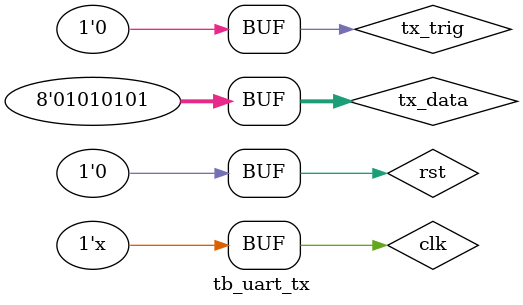
<source format=v>
module tb_uart_tx;

reg               clk;
reg               rst;
reg               tx_trig;
reg    [7:0]      tx_data;

wire              rs232_tx;

initial begin
    clk = 1;
    rst = 1;
    #100
    rst = 0;
end

always #5 clk = ! clk ;
initial begin
    tx_data <= 8'd0;
    tx_trig <= 0;
    #200
    tx_trig <= 1;
    tx_data <= 8'h55;
    #10
    tx_trig <= 0;
end

uart_tx uart_tx_inst(
    .clk(clk),
    .rst(rst),
    .tx_trig(tx_trig),
    .tx_data(tx_data),
    
    .rs232_tx(rs232_tx)
);
endmodule
</source>
